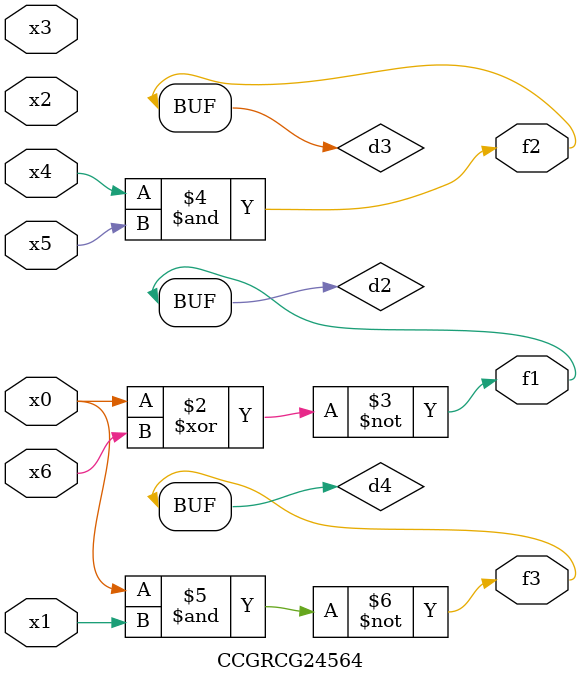
<source format=v>
module CCGRCG24564(
	input x0, x1, x2, x3, x4, x5, x6,
	output f1, f2, f3
);

	wire d1, d2, d3, d4;

	nor (d1, x0);
	xnor (d2, x0, x6);
	and (d3, x4, x5);
	nand (d4, x0, x1);
	assign f1 = d2;
	assign f2 = d3;
	assign f3 = d4;
endmodule

</source>
